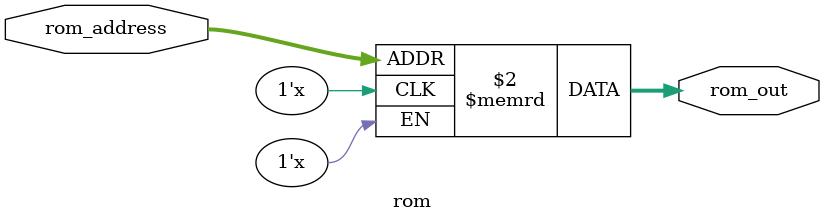
<source format=sv>

module rom#(parameter DATA_SIZE=32,parameter SELEC_SIZE=32, parameter ADDRESSES=65536)
	    (input logic [SELEC_SIZE-1:0] rom_address,
	    output logic [DATA_SIZE-1:0] rom_out);
				
logic [DATA_SIZE-1:0] mem [ADDRESSES-1:0];
				
		
always_comb 
begin
	rom_out = mem[rom_address];
end

endmodule

</source>
